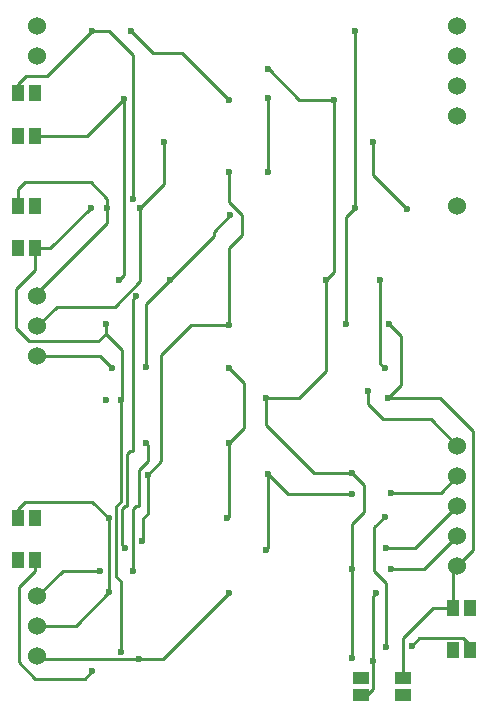
<source format=gbl>
%TF.GenerationSoftware,KiCad,Pcbnew,4.0.4-stable*%
%TF.CreationDate,2017-03-14T03:12:31+02:00*%
%TF.ProjectId,keypad_prototype,6B65797061645F70726F746F74797065,rev?*%
%TF.FileFunction,Copper,L2,Bot,Signal*%
%FSLAX46Y46*%
G04 Gerber Fmt 4.6, Leading zero omitted, Abs format (unit mm)*
G04 Created by KiCad (PCBNEW 4.0.4-stable) date 03/14/17 03:12:31*
%MOMM*%
%LPD*%
G01*
G04 APERTURE LIST*
%ADD10C,0.100000*%
%ADD11R,1.050000X1.400000*%
%ADD12R,1.400000X1.050000*%
%ADD13C,1.524000*%
%ADD14C,0.600000*%
%ADD15C,0.250000*%
G04 APERTURE END LIST*
D10*
D11*
X150839000Y-149203000D03*
X150839000Y-152803000D03*
X149389000Y-149203000D03*
X149389000Y-152803000D03*
X186219000Y-160423000D03*
X186219000Y-156823000D03*
X187669000Y-160423000D03*
X187669000Y-156823000D03*
D12*
X178413000Y-162724000D03*
X182013000Y-162724000D03*
X178413000Y-164174000D03*
X182013000Y-164174000D03*
D11*
X150839000Y-122787000D03*
X150839000Y-126387000D03*
X149389000Y-122787000D03*
X149389000Y-126387000D03*
X150839000Y-113262000D03*
X150839000Y-116862000D03*
X149389000Y-113262000D03*
X149389000Y-116862000D03*
D13*
X151041100Y-110083600D03*
X151041100Y-107543600D03*
X186601100Y-153263600D03*
X186601100Y-150723600D03*
X186601100Y-148183600D03*
X186601100Y-145643600D03*
X186601100Y-143103600D03*
X151041100Y-130403600D03*
X151041100Y-132943600D03*
X151041100Y-135483600D03*
X151041100Y-155803600D03*
X151041100Y-158343600D03*
X151041100Y-160883600D03*
X186601100Y-107543600D03*
X186601100Y-110083600D03*
X186601100Y-112623600D03*
X186601100Y-115163600D03*
X186601100Y-122783600D03*
D14*
X159000000Y-108000000D03*
X159893000Y-151130000D03*
X160401000Y-145542000D03*
X180594000Y-151765000D03*
X170561000Y-119943000D03*
X170561000Y-113665000D03*
X167259000Y-119943000D03*
X167259000Y-132842000D03*
X167259000Y-113792000D03*
X156972000Y-122936000D03*
X159131000Y-122174000D03*
X155702000Y-107950000D03*
X180848000Y-132770000D03*
X180721000Y-139065000D03*
X177927000Y-107950000D03*
X177165000Y-132770000D03*
X177927000Y-122936000D03*
X159385000Y-130429000D03*
X158496000Y-151765000D03*
X180975000Y-147066000D03*
X177673000Y-147193000D03*
X170561000Y-145470000D03*
X170434000Y-151892000D03*
X158369000Y-113720000D03*
X157988000Y-129032000D03*
X167386000Y-123571000D03*
X157353000Y-136525000D03*
X162306000Y-129032000D03*
X180467000Y-136525000D03*
X180086000Y-129032000D03*
X160274000Y-136470000D03*
X177673000Y-153543000D03*
X180975000Y-153543000D03*
X170434000Y-139065000D03*
X177673000Y-161036000D03*
X177673000Y-145415000D03*
X175514000Y-129032000D03*
X170561000Y-111197000D03*
X176149000Y-113792000D03*
X155575000Y-122936000D03*
X179070000Y-138430000D03*
X155702000Y-162179000D03*
X158115000Y-160528000D03*
X158115000Y-139192000D03*
X156845000Y-132770000D03*
X156845000Y-139192000D03*
X179451000Y-161290000D03*
X179705000Y-155575000D03*
X167259000Y-155575000D03*
X159639000Y-161163000D03*
X179451000Y-117420000D03*
X182372000Y-123063000D03*
X161798000Y-117420000D03*
X159766000Y-122936000D03*
X182753000Y-160020000D03*
X180594000Y-160147000D03*
X180467000Y-149098000D03*
X157099000Y-149225000D03*
X157099000Y-155520000D03*
X159131000Y-153670000D03*
X167259000Y-136525000D03*
X156337000Y-153670000D03*
X160274000Y-142875000D03*
X167132000Y-149225000D03*
X167259000Y-142875000D03*
D15*
X160855000Y-109855000D02*
X159000000Y-108000000D01*
X163322000Y-109855000D02*
X160855000Y-109855000D01*
X167259000Y-122301000D02*
X167259000Y-122428000D01*
X168402000Y-125222000D02*
X167259000Y-126365000D01*
X168402000Y-123571000D02*
X168402000Y-125222000D01*
X167259000Y-122428000D02*
X168402000Y-123571000D01*
X160401000Y-148844000D02*
X160020000Y-149225000D01*
X160401000Y-145542000D02*
X160401000Y-148844000D01*
X160020000Y-151003000D02*
X159893000Y-151130000D01*
X160020000Y-149225000D02*
X160020000Y-151003000D01*
X161544000Y-144145000D02*
X161544000Y-144399000D01*
X161544000Y-144399000D02*
X160401000Y-145542000D01*
X167259000Y-132842000D02*
X164084000Y-132842000D01*
X161544000Y-135382000D02*
X161544000Y-144145000D01*
X164084000Y-132842000D02*
X161544000Y-135382000D01*
X186601100Y-148183600D02*
X183019700Y-151765000D01*
X183019700Y-151765000D02*
X180594000Y-151765000D01*
X170561000Y-113665000D02*
X170561000Y-119943000D01*
X167259000Y-132842000D02*
X167259000Y-126365000D01*
X167259000Y-122301000D02*
X167259000Y-119943000D01*
X163322000Y-109855000D02*
X167259000Y-113792000D01*
X155702000Y-107950000D02*
X157099000Y-107950000D01*
X159131000Y-109982000D02*
X157099000Y-107950000D01*
X159131000Y-122174000D02*
X159131000Y-109982000D01*
X151041100Y-130403600D02*
X151041100Y-130136900D01*
X151041100Y-130136900D02*
X156972000Y-124206000D01*
X156972000Y-124206000D02*
X156972000Y-122936000D01*
X156972000Y-122936000D02*
X156972000Y-122174000D01*
X149389000Y-121375000D02*
X149389000Y-122787000D01*
X149987000Y-120777000D02*
X149389000Y-121375000D01*
X155575000Y-120777000D02*
X149987000Y-120777000D01*
X156972000Y-122174000D02*
X155575000Y-120777000D01*
X149389000Y-113262000D02*
X149389000Y-112485000D01*
X151892000Y-111760000D02*
X155702000Y-107950000D01*
X150114000Y-111760000D02*
X151892000Y-111760000D01*
X149389000Y-112485000D02*
X150114000Y-111760000D01*
X182013000Y-162724000D02*
X182013000Y-159363000D01*
X184553000Y-156823000D02*
X186219000Y-156823000D01*
X182013000Y-159363000D02*
X184553000Y-156823000D01*
X186219000Y-156823000D02*
X186219000Y-153645700D01*
X186219000Y-153645700D02*
X186601100Y-153263600D01*
X180721000Y-139065000D02*
X185166000Y-139065000D01*
X187960000Y-151904700D02*
X186601100Y-153263600D01*
X187960000Y-141859000D02*
X187960000Y-151904700D01*
X185166000Y-139065000D02*
X187960000Y-141859000D01*
X181864000Y-137922000D02*
X180721000Y-139065000D01*
X181864000Y-133786000D02*
X181864000Y-137922000D01*
X181864000Y-133786000D02*
X180848000Y-132770000D01*
X177927000Y-122936000D02*
X177927000Y-107950000D01*
X177165000Y-123698000D02*
X177927000Y-122936000D01*
X177165000Y-123698000D02*
X177165000Y-132770000D01*
X150839000Y-116862000D02*
X155227000Y-116862000D01*
X155227000Y-116862000D02*
X158369000Y-113720000D01*
X158242000Y-151130000D02*
X158242000Y-151511000D01*
X158242000Y-151511000D02*
X158496000Y-151765000D01*
X159385000Y-130429000D02*
X159131000Y-130683000D01*
X159131000Y-130683000D02*
X159131000Y-143510000D01*
X159131000Y-143510000D02*
X158877000Y-143510000D01*
X158623000Y-143764000D02*
X158623000Y-148209000D01*
X158877000Y-143510000D02*
X158623000Y-143764000D01*
X158496000Y-148209000D02*
X158242000Y-148463000D01*
X158242000Y-148463000D02*
X158242000Y-151130000D01*
X158623000Y-148209000D02*
X158496000Y-148209000D01*
X170561000Y-145470000D02*
X172284000Y-147193000D01*
X185178700Y-147066000D02*
X186601100Y-145643600D01*
X180975000Y-147066000D02*
X185178700Y-147066000D01*
X172284000Y-147193000D02*
X177673000Y-147193000D01*
X170561000Y-151765000D02*
X170434000Y-151892000D01*
X170561000Y-151765000D02*
X170561000Y-145470000D01*
X158369000Y-128651000D02*
X158369000Y-113720000D01*
X158369000Y-128651000D02*
X157988000Y-129032000D01*
X165989000Y-125349000D02*
X165989000Y-124968000D01*
X162306000Y-129032000D02*
X165989000Y-125349000D01*
X165989000Y-124968000D02*
X167386000Y-123571000D01*
X151041100Y-135483600D02*
X156311600Y-135483600D01*
X156311600Y-135483600D02*
X157353000Y-136525000D01*
X180086000Y-136144000D02*
X180467000Y-136525000D01*
X180086000Y-129032000D02*
X180086000Y-136144000D01*
X160274000Y-136470000D02*
X160274000Y-131064000D01*
X162306000Y-129032000D02*
X160274000Y-131064000D01*
X184035700Y-153289000D02*
X183781700Y-153543000D01*
X186601100Y-150723600D02*
X184035700Y-153289000D01*
X183781700Y-153543000D02*
X180975000Y-153543000D01*
X177673000Y-149987000D02*
X177673000Y-149733000D01*
X178689000Y-146431000D02*
X177673000Y-145415000D01*
X178689000Y-148717000D02*
X178689000Y-146431000D01*
X177673000Y-149733000D02*
X178689000Y-148717000D01*
X170434000Y-139065000D02*
X170434000Y-141351000D01*
X170434000Y-141351000D02*
X174498000Y-145415000D01*
X174498000Y-145415000D02*
X177673000Y-145415000D01*
X175514000Y-136779000D02*
X173228000Y-139065000D01*
X173228000Y-139065000D02*
X170434000Y-139065000D01*
X175514000Y-136779000D02*
X175514000Y-129032000D01*
X177673000Y-161036000D02*
X177673000Y-153543000D01*
X177673000Y-153543000D02*
X177673000Y-153289000D01*
X177673000Y-153289000D02*
X177673000Y-149987000D01*
X176149000Y-113792000D02*
X176149000Y-128397000D01*
X176149000Y-128397000D02*
X175514000Y-129032000D01*
X173228000Y-113792000D02*
X176149000Y-113792000D01*
X170633000Y-111197000D02*
X173228000Y-113792000D01*
X170633000Y-111197000D02*
X170561000Y-111197000D01*
X150839000Y-126387000D02*
X152124000Y-126387000D01*
X152124000Y-126387000D02*
X155575000Y-122936000D01*
X158115000Y-147193000D02*
X158115000Y-147828000D01*
X157734000Y-154178000D02*
X158115000Y-154559000D01*
X157734000Y-148209000D02*
X157734000Y-154178000D01*
X158115000Y-147828000D02*
X157734000Y-148209000D01*
X179197000Y-139700000D02*
X180340000Y-140843000D01*
X179070000Y-138430000D02*
X179070000Y-139573000D01*
X179070000Y-139573000D02*
X179197000Y-139700000D01*
X184340500Y-140843000D02*
X186601100Y-143103600D01*
X180340000Y-140843000D02*
X184340500Y-140843000D01*
X150839000Y-152803000D02*
X150839000Y-153707000D01*
X155067000Y-162814000D02*
X155702000Y-162179000D01*
X150876000Y-162814000D02*
X155067000Y-162814000D01*
X149479000Y-161417000D02*
X150876000Y-162814000D01*
X149479000Y-155067000D02*
X149479000Y-161417000D01*
X150839000Y-153707000D02*
X149479000Y-155067000D01*
X156845000Y-133604000D02*
X158242000Y-135001000D01*
X158242000Y-139065000D02*
X158115000Y-139192000D01*
X158242000Y-135001000D02*
X158242000Y-139065000D01*
X150839000Y-126387000D02*
X150839000Y-128180000D01*
X156210000Y-134239000D02*
X156845000Y-133604000D01*
X150368000Y-134239000D02*
X156210000Y-134239000D01*
X149225000Y-133096000D02*
X150368000Y-134239000D01*
X149225000Y-129794000D02*
X149225000Y-133096000D01*
X150839000Y-128180000D02*
X149225000Y-129794000D01*
X158115000Y-160528000D02*
X158115000Y-154559000D01*
X158115000Y-147193000D02*
X158115000Y-139192000D01*
X156845000Y-133604000D02*
X156845000Y-132770000D01*
X178413000Y-164174000D02*
X178980000Y-164174000D01*
X178980000Y-164174000D02*
X179451000Y-163703000D01*
X179451000Y-163703000D02*
X179451000Y-161290000D01*
X179451000Y-161290000D02*
X179451000Y-155829000D01*
X179451000Y-155829000D02*
X179705000Y-155575000D01*
X159639000Y-161163000D02*
X161671000Y-161163000D01*
X161671000Y-161163000D02*
X167259000Y-155575000D01*
X159639000Y-161163000D02*
X151320500Y-161163000D01*
X151320500Y-161163000D02*
X151041100Y-160883600D01*
X159766000Y-122936000D02*
X159766000Y-129159000D01*
X152666700Y-131318000D02*
X151041100Y-132943600D01*
X157607000Y-131318000D02*
X152666700Y-131318000D01*
X159766000Y-129159000D02*
X157607000Y-131318000D01*
X179451000Y-120142000D02*
X182372000Y-123063000D01*
X179451000Y-120142000D02*
X179451000Y-117420000D01*
X161798000Y-120904000D02*
X159766000Y-122936000D01*
X161798000Y-120904000D02*
X161798000Y-117420000D01*
X187669000Y-160423000D02*
X187669000Y-159983000D01*
X187669000Y-159983000D02*
X187071000Y-159385000D01*
X187071000Y-159385000D02*
X183388000Y-159385000D01*
X183388000Y-159385000D02*
X182753000Y-160020000D01*
X180594000Y-160147000D02*
X180594000Y-154686000D01*
X180594000Y-154686000D02*
X179578000Y-153670000D01*
X179578000Y-153670000D02*
X179578000Y-149987000D01*
X179578000Y-149987000D02*
X180467000Y-149098000D01*
X149389000Y-149203000D02*
X149389000Y-148426000D01*
X155702000Y-147828000D02*
X157099000Y-149225000D01*
X149987000Y-147828000D02*
X155702000Y-147828000D01*
X149389000Y-148426000D02*
X149987000Y-147828000D01*
X157099000Y-149225000D02*
X157099000Y-155520000D01*
X151041100Y-158343600D02*
X154275400Y-158343600D01*
X154275400Y-158343600D02*
X157099000Y-155520000D01*
X159639000Y-148209000D02*
X159385000Y-148209000D01*
X159131000Y-148463000D02*
X159131000Y-153670000D01*
X159385000Y-148209000D02*
X159131000Y-148463000D01*
X159639000Y-147193000D02*
X159639000Y-148209000D01*
X160401000Y-144272000D02*
X160401000Y-144399000D01*
X159639000Y-145161000D02*
X159639000Y-147193000D01*
X160401000Y-144399000D02*
X159639000Y-145161000D01*
X167259000Y-136525000D02*
X168529000Y-137795000D01*
X168529000Y-141605000D02*
X167259000Y-142875000D01*
X168529000Y-137795000D02*
X168529000Y-141605000D01*
X151041100Y-155803600D02*
X153174700Y-153670000D01*
X153174700Y-153670000D02*
X156337000Y-153670000D01*
X160401000Y-143002000D02*
X160274000Y-142875000D01*
X160401000Y-144272000D02*
X160401000Y-143002000D01*
X167132000Y-149225000D02*
X167259000Y-149098000D01*
X167259000Y-149098000D02*
X167259000Y-142875000D01*
M02*

</source>
